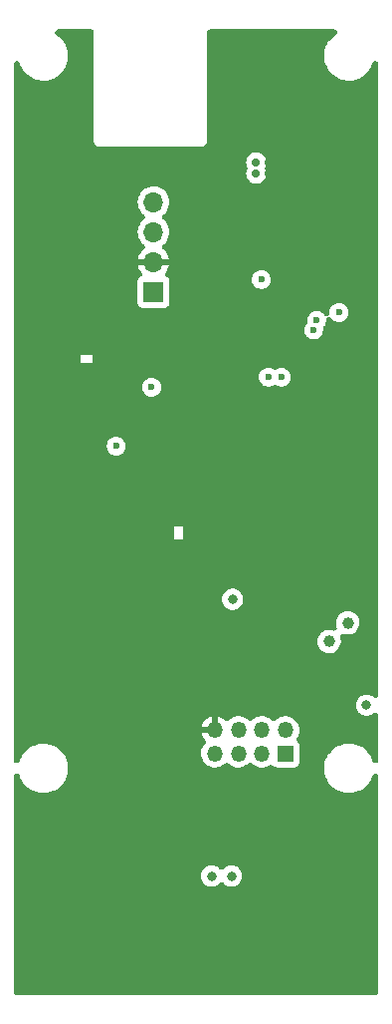
<source format=gbr>
%TF.GenerationSoftware,KiCad,Pcbnew,6.0.7+dfsg-3*%
%TF.CreationDate,2022-09-21T21:46:23+02:00*%
%TF.ProjectId,Adapter_RCB_F9T,41646170-7465-4725-9f52-43425f463954,1*%
%TF.SameCoordinates,Original*%
%TF.FileFunction,Copper,L2,Inr*%
%TF.FilePolarity,Positive*%
%FSLAX46Y46*%
G04 Gerber Fmt 4.6, Leading zero omitted, Abs format (unit mm)*
G04 Created by KiCad (PCBNEW 6.0.7+dfsg-3) date 2022-09-21 21:46:23*
%MOMM*%
%LPD*%
G01*
G04 APERTURE LIST*
%TA.AperFunction,ComponentPad*%
%ADD10R,1.350000X1.350000*%
%TD*%
%TA.AperFunction,ComponentPad*%
%ADD11O,1.350000X1.350000*%
%TD*%
%TA.AperFunction,ComponentPad*%
%ADD12R,1.700000X1.700000*%
%TD*%
%TA.AperFunction,ComponentPad*%
%ADD13O,1.700000X1.700000*%
%TD*%
%TA.AperFunction,ViaPad*%
%ADD14C,0.800000*%
%TD*%
%TA.AperFunction,ViaPad*%
%ADD15C,0.700000*%
%TD*%
%TA.AperFunction,ViaPad*%
%ADD16C,1.000000*%
%TD*%
%TA.AperFunction,ViaPad*%
%ADD17C,0.600000*%
%TD*%
G04 APERTURE END LIST*
D10*
%TO.N,Net-(C41-Pad1)*%
%TO.C,J41*%
X77600000Y-99000000D03*
D11*
%TO.N,Net-(C42-Pad1)*%
X77600000Y-97000000D03*
%TO.N,/F9T_TXD*%
X75600000Y-99000000D03*
%TO.N,Net-(J41-Pad4)*%
X75600000Y-97000000D03*
%TO.N,/F9T_RXD*%
X73600000Y-99000000D03*
%TO.N,/TP1*%
X73600000Y-97000000D03*
%TO.N,/TP2*%
X71600000Y-99000000D03*
%TO.N,GND*%
X71600000Y-97000000D03*
%TD*%
D12*
%TO.N,-5V*%
%TO.C,J2*%
X66375000Y-59800000D03*
D13*
%TO.N,GND*%
X66375000Y-57260000D03*
%TO.N,+5V*%
X66375000Y-54720000D03*
%TO.N,VBUS*%
X66375000Y-52180000D03*
%TD*%
D14*
%TO.N,GND*%
X64100000Y-90100000D03*
D15*
X76200000Y-49750000D03*
D14*
X85000000Y-105000000D03*
X76000000Y-108300000D03*
X64300000Y-94100000D03*
X76300000Y-112700000D03*
X67100000Y-89700000D03*
X60000000Y-50000000D03*
X85000000Y-90000000D03*
X84250000Y-114000000D03*
X59100000Y-105000000D03*
X64300000Y-93100000D03*
X59100000Y-106000000D03*
X58500000Y-119000000D03*
X81500000Y-115000000D03*
X76400000Y-110600000D03*
X81900000Y-113800000D03*
D16*
X64750000Y-76600000D03*
D14*
X60000000Y-85000000D03*
X59100000Y-103900000D03*
X78500000Y-115000000D03*
X70000000Y-115000000D03*
X64300000Y-98100000D03*
X81340000Y-58440500D03*
X81200000Y-105300000D03*
X58200000Y-113900000D03*
X66100000Y-94100000D03*
X76400000Y-109400000D03*
X68100000Y-57250000D03*
X55000000Y-45000000D03*
X62700000Y-102700000D03*
X72500000Y-75000000D03*
D15*
X74200000Y-64800000D03*
X78700000Y-60300000D03*
D14*
X85000000Y-110000000D03*
X70200000Y-102900000D03*
X65000000Y-105000000D03*
X72700000Y-95200000D03*
X59100000Y-114000000D03*
X58200000Y-112100000D03*
X76500000Y-47250000D03*
X55000000Y-70000000D03*
X78300000Y-110000000D03*
X78500000Y-118000000D03*
X65000000Y-89700000D03*
X85000000Y-45000000D03*
X72500000Y-100700000D03*
X82700000Y-108300000D03*
X74575000Y-43050000D03*
X75100000Y-101600000D03*
X79700000Y-111700000D03*
X71600000Y-104000000D03*
X66100000Y-99100000D03*
X61500000Y-118000000D03*
X81300000Y-110000000D03*
X80000000Y-80000000D03*
X69050000Y-91900000D03*
X79700000Y-108300000D03*
X66100000Y-93100000D03*
X78700000Y-108300000D03*
X64300000Y-95100000D03*
X70600000Y-103900000D03*
X55750000Y-114000000D03*
X80300000Y-110000000D03*
X70000000Y-50000000D03*
X81500000Y-119000000D03*
X66100000Y-98100000D03*
X74500000Y-94100000D03*
X58500000Y-115000000D03*
D15*
X77000000Y-62000500D03*
D14*
X60000000Y-40000000D03*
X72700000Y-94100000D03*
X59100000Y-111000000D03*
X83600000Y-108900000D03*
D15*
X77000000Y-63100500D03*
D14*
X59100000Y-107000000D03*
X78950000Y-75800000D03*
X70700000Y-101800000D03*
X59100000Y-108000000D03*
X77700000Y-108300000D03*
X85000000Y-55000000D03*
D15*
X75900000Y-63100500D03*
D14*
X80000000Y-45000000D03*
X65000000Y-80000000D03*
D15*
X75900000Y-62000500D03*
D14*
X59100000Y-112000000D03*
X60900000Y-114000000D03*
X55000000Y-55000000D03*
X81600000Y-93400000D03*
X65000000Y-110000000D03*
X64800000Y-100600000D03*
X60900000Y-111000000D03*
X66500000Y-71450000D03*
X76400000Y-95600000D03*
X59800000Y-103200000D03*
X81040000Y-59840500D03*
X77300000Y-110000000D03*
X64250000Y-114000000D03*
X67100000Y-92400000D03*
X77500000Y-90000000D03*
X55000000Y-105000000D03*
X60900000Y-105000000D03*
X74500000Y-95200000D03*
X55000000Y-85000000D03*
X66100000Y-95100000D03*
X79100000Y-114300000D03*
X66100000Y-96100000D03*
X61200000Y-101800000D03*
X85000000Y-50000000D03*
X80700000Y-111700000D03*
X79100000Y-106600000D03*
X85000000Y-75000000D03*
X81500000Y-117000000D03*
X72500000Y-80000000D03*
X70700000Y-100700000D03*
X81500000Y-118000000D03*
X80900000Y-114200000D03*
X60900000Y-110000000D03*
X55000000Y-90000000D03*
X60000000Y-90000000D03*
D15*
X73650000Y-49750000D03*
D14*
X61900000Y-101100000D03*
X75750000Y-114000000D03*
X79000000Y-113400000D03*
X85000000Y-80000000D03*
X76100000Y-105800000D03*
X81700000Y-111700000D03*
X75100000Y-104100000D03*
X64000000Y-99000000D03*
X80700000Y-108300000D03*
X77100000Y-106700000D03*
D15*
X78700000Y-64800000D03*
D14*
X62600000Y-100400000D03*
X77000000Y-113300000D03*
X83600000Y-111100000D03*
X63400000Y-102000000D03*
D15*
X74200000Y-60300000D03*
D14*
X79100000Y-103800000D03*
X80000000Y-55000000D03*
X72500000Y-70000000D03*
X66100000Y-92150000D03*
X77700000Y-111700000D03*
X85000000Y-70000000D03*
X72500000Y-55000000D03*
X65500000Y-99900000D03*
X57900000Y-113000000D03*
X55000000Y-95000000D03*
X76100000Y-104100000D03*
X78500000Y-119000000D03*
X60900000Y-106000000D03*
X60000000Y-80000000D03*
X80000000Y-50000000D03*
X64500000Y-57250000D03*
X81150000Y-65700000D03*
D15*
X76200000Y-48850000D03*
D14*
X84000000Y-110000000D03*
X70000000Y-90200000D03*
X60000000Y-100000000D03*
X64300000Y-96100000D03*
X61500000Y-116000000D03*
X77100000Y-105800000D03*
X65000000Y-85000000D03*
X55000000Y-80000000D03*
X82700000Y-111700000D03*
X79300000Y-110000000D03*
X78700000Y-111700000D03*
X78000000Y-113400000D03*
X64000000Y-91100000D03*
X60950000Y-113000000D03*
X60900000Y-108000000D03*
X64300000Y-97100000D03*
D16*
X63400000Y-71500000D03*
D14*
X61300000Y-104100000D03*
X66100000Y-89900000D03*
X85000000Y-65000000D03*
X60000000Y-45000000D03*
X55000000Y-110000000D03*
X58500000Y-117000000D03*
X69050000Y-90200000D03*
X78100000Y-103600000D03*
X59100000Y-109000000D03*
X60900000Y-109000000D03*
X68100000Y-90200000D03*
X63300000Y-99700000D03*
X55000000Y-60000000D03*
X61500000Y-117000000D03*
X81500000Y-116000000D03*
X55000000Y-75000000D03*
X81120345Y-104192602D03*
X75100000Y-105800000D03*
X76000000Y-111700000D03*
X61500000Y-115000000D03*
X76300000Y-107300000D03*
X58500000Y-118000000D03*
X85000000Y-60000000D03*
X74700000Y-92200000D03*
X78500000Y-116000000D03*
X65000000Y-65000000D03*
X60900000Y-112000000D03*
X80700000Y-107300000D03*
X66100000Y-97100000D03*
X78500000Y-117000000D03*
X74950000Y-93200000D03*
X80200000Y-103600000D03*
X60000000Y-95000000D03*
X80900000Y-106300000D03*
X72500000Y-101800000D03*
X73600000Y-92000000D03*
X70000000Y-91900000D03*
X55000000Y-50000000D03*
X64300000Y-92150000D03*
X65000000Y-50000000D03*
X82300000Y-110000000D03*
X55000000Y-65000000D03*
X60500000Y-102500000D03*
X77100000Y-104100000D03*
X78100000Y-106600000D03*
X60900000Y-107000000D03*
X68100000Y-91900000D03*
X85000000Y-85000000D03*
X64100000Y-101300000D03*
X80000000Y-70000000D03*
X60000000Y-55000000D03*
X81700000Y-108300000D03*
X59100000Y-110000000D03*
X61500000Y-119000000D03*
D15*
X73650000Y-48800000D03*
D14*
X58500000Y-116000000D03*
X82100000Y-112700000D03*
X62000000Y-103400000D03*
D17*
%TO.N,/CP_VIN*%
X66200000Y-67900000D03*
X63200000Y-72900000D03*
%TO.N,/USB_D-*%
X80240000Y-62220500D03*
D15*
X75100000Y-48800000D03*
%TO.N,/USB_D+*%
X75100000Y-49750000D03*
D17*
X79990000Y-63040500D03*
%TO.N,/VDD*%
X82140000Y-61540500D03*
X75540000Y-58740500D03*
D16*
%TO.N,Net-(C42-Pad1)*%
X81300000Y-89500000D03*
X82900000Y-87900000D03*
D17*
%TO.N,/F9T_TXD*%
X76140000Y-67040500D03*
%TO.N,/F9T_RXD*%
X77240000Y-67040500D03*
D14*
%TO.N,-5V*%
X73100000Y-85900000D03*
X73000000Y-109400000D03*
%TO.N,+5VA*%
X84500000Y-94900000D03*
X71300000Y-109400000D03*
%TD*%
%TA.AperFunction,Conductor*%
%TO.N,GND*%
G36*
X61145788Y-37519454D02*
G01*
X61226570Y-37573430D01*
X61280546Y-37654212D01*
X61299500Y-37749500D01*
X61299500Y-46991166D01*
X61299495Y-46992687D01*
X61299195Y-47041822D01*
X61299031Y-47068624D01*
X61303906Y-47085681D01*
X61303907Y-47085687D01*
X61304687Y-47088416D01*
X61311758Y-47121539D01*
X61312162Y-47124358D01*
X61314677Y-47141918D01*
X61322016Y-47158059D01*
X61322553Y-47159897D01*
X61332771Y-47187667D01*
X61333554Y-47189416D01*
X61338428Y-47206471D01*
X61349413Y-47223881D01*
X61365494Y-47253685D01*
X61374016Y-47272428D01*
X61385598Y-47285869D01*
X61386628Y-47287480D01*
X61404219Y-47311254D01*
X61405464Y-47312716D01*
X61414930Y-47327720D01*
X61430366Y-47341352D01*
X61454161Y-47365440D01*
X61467600Y-47381037D01*
X61482489Y-47390687D01*
X61483928Y-47391943D01*
X61507488Y-47409827D01*
X61509093Y-47410881D01*
X61522388Y-47422623D01*
X61540189Y-47430981D01*
X61541024Y-47431373D01*
X61570621Y-47447813D01*
X61573014Y-47449364D01*
X61573018Y-47449366D01*
X61587905Y-47459015D01*
X61604903Y-47464098D01*
X61606642Y-47464902D01*
X61634272Y-47475453D01*
X61636103Y-47476013D01*
X61652163Y-47483553D01*
X61672513Y-47486722D01*
X61705538Y-47494195D01*
X61708266Y-47495011D01*
X61708268Y-47495011D01*
X61725261Y-47500093D01*
X61742996Y-47500202D01*
X61742999Y-47500202D01*
X61751289Y-47500252D01*
X61758510Y-47500296D01*
X61758524Y-47500297D01*
X61759748Y-47500304D01*
X61759748Y-47500344D01*
X61760090Y-47500357D01*
X61761009Y-47500500D01*
X61791166Y-47500500D01*
X61792687Y-47500505D01*
X61864023Y-47500941D01*
X61864025Y-47500941D01*
X61868624Y-47500969D01*
X61870194Y-47500520D01*
X61870490Y-47500500D01*
X70391166Y-47500500D01*
X70392687Y-47500505D01*
X70450883Y-47500861D01*
X70450886Y-47500861D01*
X70468624Y-47500969D01*
X70485681Y-47496094D01*
X70485687Y-47496093D01*
X70488416Y-47495313D01*
X70521539Y-47488242D01*
X70524358Y-47487838D01*
X70524361Y-47487837D01*
X70541918Y-47485323D01*
X70558059Y-47477984D01*
X70559897Y-47477447D01*
X70587667Y-47467229D01*
X70589416Y-47466446D01*
X70606471Y-47461572D01*
X70623886Y-47450584D01*
X70653685Y-47434506D01*
X70672428Y-47425984D01*
X70685869Y-47414402D01*
X70687480Y-47413372D01*
X70711254Y-47395781D01*
X70712716Y-47394536D01*
X70727720Y-47385070D01*
X70741352Y-47369634D01*
X70765440Y-47345839D01*
X70781037Y-47332400D01*
X70790687Y-47317511D01*
X70791943Y-47316072D01*
X70809827Y-47292512D01*
X70810881Y-47290907D01*
X70822623Y-47277612D01*
X70831373Y-47258976D01*
X70847813Y-47229379D01*
X70849364Y-47226986D01*
X70849366Y-47226982D01*
X70859015Y-47212095D01*
X70864098Y-47195097D01*
X70864902Y-47193358D01*
X70875453Y-47165728D01*
X70876013Y-47163897D01*
X70883553Y-47147837D01*
X70886722Y-47127487D01*
X70894195Y-47094462D01*
X70895011Y-47091734D01*
X70895011Y-47091732D01*
X70900093Y-47074739D01*
X70900304Y-47040252D01*
X70900344Y-47040252D01*
X70900357Y-47039910D01*
X70900500Y-47038991D01*
X70900500Y-47008834D01*
X70900505Y-47007313D01*
X70900941Y-46935977D01*
X70900941Y-46935975D01*
X70900969Y-46931376D01*
X70900520Y-46929806D01*
X70900500Y-46929510D01*
X70900500Y-37749500D01*
X70919454Y-37654212D01*
X70973430Y-37573430D01*
X71054212Y-37519454D01*
X71149500Y-37500500D01*
X81760317Y-37500500D01*
X81855605Y-37519454D01*
X81936387Y-37573430D01*
X81990363Y-37654212D01*
X82009317Y-37749500D01*
X81990363Y-37844788D01*
X81936387Y-37925570D01*
X81903494Y-37953219D01*
X81675024Y-38113791D01*
X81465224Y-38308749D01*
X81459850Y-38315315D01*
X81289194Y-38523814D01*
X81289189Y-38523821D01*
X81283823Y-38530377D01*
X81134180Y-38774573D01*
X81019062Y-39036818D01*
X81016742Y-39044961D01*
X81016741Y-39044965D01*
X81010814Y-39065773D01*
X80940600Y-39312261D01*
X80900246Y-39595804D01*
X80898747Y-39882200D01*
X80936129Y-40166149D01*
X81011702Y-40442398D01*
X81124068Y-40705835D01*
X81128422Y-40713110D01*
X81128423Y-40713112D01*
X81140116Y-40732650D01*
X81271146Y-40951585D01*
X81450215Y-41175100D01*
X81657962Y-41372245D01*
X81890543Y-41539371D01*
X82143653Y-41673386D01*
X82412610Y-41771810D01*
X82420883Y-41773614D01*
X82420887Y-41773615D01*
X82684147Y-41831015D01*
X82684151Y-41831016D01*
X82692436Y-41832822D01*
X82700887Y-41833487D01*
X82700893Y-41833488D01*
X82800698Y-41841343D01*
X82917053Y-41850500D01*
X83071992Y-41850500D01*
X83196517Y-41842011D01*
X83277278Y-41836505D01*
X83277283Y-41836504D01*
X83285737Y-41835928D01*
X83294031Y-41834210D01*
X83294034Y-41834210D01*
X83557890Y-41779568D01*
X83566186Y-41777850D01*
X83836158Y-41682248D01*
X83843679Y-41678366D01*
X83843684Y-41678364D01*
X83955411Y-41620697D01*
X84090658Y-41550891D01*
X84324976Y-41386209D01*
X84534776Y-41191251D01*
X84578855Y-41137397D01*
X84710806Y-40976186D01*
X84710811Y-40976179D01*
X84716177Y-40969623D01*
X84865820Y-40725427D01*
X84980938Y-40463182D01*
X84986859Y-40442398D01*
X85011026Y-40357557D01*
X85055360Y-40271107D01*
X85129402Y-40208204D01*
X85221880Y-40178423D01*
X85318716Y-40186299D01*
X85405166Y-40230633D01*
X85468069Y-40304675D01*
X85497850Y-40397153D01*
X85499500Y-40425773D01*
X85499500Y-94024410D01*
X85480546Y-94119698D01*
X85426570Y-94200480D01*
X85345788Y-94254456D01*
X85250500Y-94273410D01*
X85155212Y-94254456D01*
X85104142Y-94225855D01*
X84963292Y-94123522D01*
X84963287Y-94123519D01*
X84952730Y-94115849D01*
X84940811Y-94110542D01*
X84940807Y-94110540D01*
X84873993Y-94080793D01*
X84779803Y-94038856D01*
X84594646Y-93999500D01*
X84405354Y-93999500D01*
X84220197Y-94038856D01*
X84126007Y-94080793D01*
X84059193Y-94110540D01*
X84059189Y-94110542D01*
X84047270Y-94115849D01*
X84036716Y-94123517D01*
X84036714Y-94123518D01*
X83904681Y-94219445D01*
X83904678Y-94219448D01*
X83894129Y-94227112D01*
X83885403Y-94236803D01*
X83885401Y-94236805D01*
X83776201Y-94358083D01*
X83776197Y-94358088D01*
X83767467Y-94367784D01*
X83672821Y-94531716D01*
X83614326Y-94711744D01*
X83594540Y-94900000D01*
X83614326Y-95088256D01*
X83672821Y-95268284D01*
X83767467Y-95432216D01*
X83776197Y-95441912D01*
X83776201Y-95441917D01*
X83885401Y-95563195D01*
X83894129Y-95572888D01*
X83904678Y-95580552D01*
X83904681Y-95580555D01*
X84036714Y-95676482D01*
X84047270Y-95684151D01*
X84059189Y-95689458D01*
X84059193Y-95689460D01*
X84122087Y-95717462D01*
X84220197Y-95761144D01*
X84405354Y-95800500D01*
X84594646Y-95800500D01*
X84779803Y-95761144D01*
X84877913Y-95717462D01*
X84940807Y-95689460D01*
X84940811Y-95689458D01*
X84952730Y-95684151D01*
X84963287Y-95676481D01*
X84963292Y-95676478D01*
X85104142Y-95574145D01*
X85192372Y-95533470D01*
X85289452Y-95529656D01*
X85380602Y-95563283D01*
X85451945Y-95629232D01*
X85492620Y-95717462D01*
X85499500Y-95775590D01*
X85499500Y-99572415D01*
X85480546Y-99667703D01*
X85426570Y-99748485D01*
X85345788Y-99802461D01*
X85250500Y-99821415D01*
X85155212Y-99802461D01*
X85074430Y-99748485D01*
X85020454Y-99667703D01*
X85010325Y-99638120D01*
X85005697Y-99621204D01*
X84988298Y-99557602D01*
X84875932Y-99294165D01*
X84864207Y-99274573D01*
X84733211Y-99055695D01*
X84728854Y-99048415D01*
X84549785Y-98824900D01*
X84342038Y-98627755D01*
X84109457Y-98460629D01*
X83856347Y-98326614D01*
X83587390Y-98228190D01*
X83579117Y-98226386D01*
X83579113Y-98226385D01*
X83315853Y-98168985D01*
X83315849Y-98168984D01*
X83307564Y-98167178D01*
X83299113Y-98166513D01*
X83299107Y-98166512D01*
X83199302Y-98158657D01*
X83082947Y-98149500D01*
X82928008Y-98149500D01*
X82803483Y-98157989D01*
X82722722Y-98163495D01*
X82722717Y-98163496D01*
X82714263Y-98164072D01*
X82705969Y-98165790D01*
X82705966Y-98165790D01*
X82532090Y-98201798D01*
X82433814Y-98222150D01*
X82163842Y-98317752D01*
X82156321Y-98321634D01*
X82156316Y-98321636D01*
X82087734Y-98357034D01*
X81909342Y-98449109D01*
X81675024Y-98613791D01*
X81465224Y-98808749D01*
X81459850Y-98815315D01*
X81289194Y-99023814D01*
X81289189Y-99023821D01*
X81283823Y-99030377D01*
X81134180Y-99274573D01*
X81019062Y-99536818D01*
X81016742Y-99544961D01*
X81016741Y-99544965D01*
X81010814Y-99565773D01*
X80940600Y-99812261D01*
X80900246Y-100095804D01*
X80898747Y-100382200D01*
X80936129Y-100666149D01*
X81011702Y-100942398D01*
X81124068Y-101205835D01*
X81128422Y-101213110D01*
X81128423Y-101213112D01*
X81140116Y-101232650D01*
X81271146Y-101451585D01*
X81450215Y-101675100D01*
X81657962Y-101872245D01*
X81890543Y-102039371D01*
X82143653Y-102173386D01*
X82412610Y-102271810D01*
X82420883Y-102273614D01*
X82420887Y-102273615D01*
X82684147Y-102331015D01*
X82684151Y-102331016D01*
X82692436Y-102332822D01*
X82700887Y-102333487D01*
X82700893Y-102333488D01*
X82800698Y-102341343D01*
X82917053Y-102350500D01*
X83071992Y-102350500D01*
X83196517Y-102342011D01*
X83277278Y-102336505D01*
X83277283Y-102336504D01*
X83285737Y-102335928D01*
X83294031Y-102334210D01*
X83294034Y-102334210D01*
X83557890Y-102279568D01*
X83566186Y-102277850D01*
X83836158Y-102182248D01*
X83843679Y-102178366D01*
X83843684Y-102178364D01*
X83955411Y-102120697D01*
X84090658Y-102050891D01*
X84324976Y-101886209D01*
X84534776Y-101691251D01*
X84578855Y-101637397D01*
X84710806Y-101476186D01*
X84710811Y-101476179D01*
X84716177Y-101469623D01*
X84865820Y-101225427D01*
X84980938Y-100963182D01*
X84986859Y-100942398D01*
X85011026Y-100857557D01*
X85055360Y-100771107D01*
X85129402Y-100708204D01*
X85221880Y-100678423D01*
X85318716Y-100686299D01*
X85405166Y-100730633D01*
X85468069Y-100804675D01*
X85497850Y-100897153D01*
X85499500Y-100925773D01*
X85499500Y-119250500D01*
X85480546Y-119345788D01*
X85426570Y-119426570D01*
X85345788Y-119480546D01*
X85250500Y-119499500D01*
X54749500Y-119499500D01*
X54654212Y-119480546D01*
X54573430Y-119426570D01*
X54519454Y-119345788D01*
X54500500Y-119250500D01*
X54500500Y-109400000D01*
X70394540Y-109400000D01*
X70414326Y-109588256D01*
X70472821Y-109768284D01*
X70567467Y-109932216D01*
X70576197Y-109941912D01*
X70576201Y-109941917D01*
X70685401Y-110063195D01*
X70694129Y-110072888D01*
X70704678Y-110080552D01*
X70704681Y-110080555D01*
X70836714Y-110176482D01*
X70847270Y-110184151D01*
X70859189Y-110189458D01*
X70859193Y-110189460D01*
X70926007Y-110219207D01*
X71020197Y-110261144D01*
X71205354Y-110300500D01*
X71394646Y-110300500D01*
X71579803Y-110261144D01*
X71673993Y-110219207D01*
X71740807Y-110189460D01*
X71740811Y-110189458D01*
X71752730Y-110184151D01*
X71763286Y-110176482D01*
X71895319Y-110080555D01*
X71895322Y-110080552D01*
X71905871Y-110072888D01*
X71914599Y-110063194D01*
X71914604Y-110063190D01*
X71964958Y-110007267D01*
X72042804Y-109949137D01*
X72136970Y-109925222D01*
X72233119Y-109939164D01*
X72316614Y-109988839D01*
X72335042Y-110007267D01*
X72385396Y-110063190D01*
X72385401Y-110063194D01*
X72394129Y-110072888D01*
X72404678Y-110080552D01*
X72404681Y-110080555D01*
X72536714Y-110176482D01*
X72547270Y-110184151D01*
X72559189Y-110189458D01*
X72559193Y-110189460D01*
X72626007Y-110219207D01*
X72720197Y-110261144D01*
X72905354Y-110300500D01*
X73094646Y-110300500D01*
X73279803Y-110261144D01*
X73373993Y-110219207D01*
X73440807Y-110189460D01*
X73440811Y-110189458D01*
X73452730Y-110184151D01*
X73463286Y-110176482D01*
X73595319Y-110080555D01*
X73595322Y-110080552D01*
X73605871Y-110072888D01*
X73614599Y-110063195D01*
X73723799Y-109941917D01*
X73723803Y-109941912D01*
X73732533Y-109932216D01*
X73827179Y-109768284D01*
X73885674Y-109588256D01*
X73905460Y-109400000D01*
X73885674Y-109211744D01*
X73827179Y-109031716D01*
X73732533Y-108867784D01*
X73723803Y-108858088D01*
X73723799Y-108858083D01*
X73614599Y-108736805D01*
X73614597Y-108736803D01*
X73605871Y-108727112D01*
X73595322Y-108719448D01*
X73595319Y-108719445D01*
X73463286Y-108623518D01*
X73463284Y-108623517D01*
X73452730Y-108615849D01*
X73440811Y-108610542D01*
X73440807Y-108610540D01*
X73373993Y-108580793D01*
X73279803Y-108538856D01*
X73094646Y-108499500D01*
X72905354Y-108499500D01*
X72720197Y-108538856D01*
X72626007Y-108580793D01*
X72559193Y-108610540D01*
X72559189Y-108610542D01*
X72547270Y-108615849D01*
X72536716Y-108623517D01*
X72536714Y-108623518D01*
X72404681Y-108719445D01*
X72404678Y-108719448D01*
X72394129Y-108727112D01*
X72385401Y-108736806D01*
X72385396Y-108736810D01*
X72335042Y-108792733D01*
X72257196Y-108850863D01*
X72163030Y-108874778D01*
X72066881Y-108860836D01*
X71983386Y-108811161D01*
X71964958Y-108792733D01*
X71914604Y-108736810D01*
X71914599Y-108736806D01*
X71905871Y-108727112D01*
X71895322Y-108719448D01*
X71895319Y-108719445D01*
X71763286Y-108623518D01*
X71763284Y-108623517D01*
X71752730Y-108615849D01*
X71740811Y-108610542D01*
X71740807Y-108610540D01*
X71673993Y-108580793D01*
X71579803Y-108538856D01*
X71394646Y-108499500D01*
X71205354Y-108499500D01*
X71020197Y-108538856D01*
X70926007Y-108580793D01*
X70859193Y-108610540D01*
X70859189Y-108610542D01*
X70847270Y-108615849D01*
X70836716Y-108623517D01*
X70836714Y-108623518D01*
X70704681Y-108719445D01*
X70704678Y-108719448D01*
X70694129Y-108727112D01*
X70685403Y-108736803D01*
X70685401Y-108736805D01*
X70576201Y-108858083D01*
X70576197Y-108858088D01*
X70567467Y-108867784D01*
X70472821Y-109031716D01*
X70414326Y-109211744D01*
X70394540Y-109400000D01*
X54500500Y-109400000D01*
X54500500Y-100927585D01*
X54519454Y-100832297D01*
X54573430Y-100751515D01*
X54654212Y-100697539D01*
X54749500Y-100678585D01*
X54844788Y-100697539D01*
X54925570Y-100751515D01*
X54979546Y-100832297D01*
X54989674Y-100861877D01*
X55011702Y-100942398D01*
X55124068Y-101205835D01*
X55128422Y-101213110D01*
X55128423Y-101213112D01*
X55140116Y-101232650D01*
X55271146Y-101451585D01*
X55450215Y-101675100D01*
X55657962Y-101872245D01*
X55890543Y-102039371D01*
X56143653Y-102173386D01*
X56412610Y-102271810D01*
X56420883Y-102273614D01*
X56420887Y-102273615D01*
X56684147Y-102331015D01*
X56684151Y-102331016D01*
X56692436Y-102332822D01*
X56700887Y-102333487D01*
X56700893Y-102333488D01*
X56800698Y-102341343D01*
X56917053Y-102350500D01*
X57071992Y-102350500D01*
X57196517Y-102342011D01*
X57277278Y-102336505D01*
X57277283Y-102336504D01*
X57285737Y-102335928D01*
X57294031Y-102334210D01*
X57294034Y-102334210D01*
X57557890Y-102279568D01*
X57566186Y-102277850D01*
X57836158Y-102182248D01*
X57843679Y-102178366D01*
X57843684Y-102178364D01*
X57955411Y-102120697D01*
X58090658Y-102050891D01*
X58324976Y-101886209D01*
X58534776Y-101691251D01*
X58578855Y-101637397D01*
X58710806Y-101476186D01*
X58710811Y-101476179D01*
X58716177Y-101469623D01*
X58865820Y-101225427D01*
X58980938Y-100963182D01*
X58986859Y-100942398D01*
X59057080Y-100695882D01*
X59059400Y-100687739D01*
X59099754Y-100404196D01*
X59100933Y-100178918D01*
X59101209Y-100126279D01*
X59101209Y-100126273D01*
X59101253Y-100117800D01*
X59063871Y-99833851D01*
X58988298Y-99557602D01*
X58875932Y-99294165D01*
X58864207Y-99274573D01*
X58733211Y-99055695D01*
X58728854Y-99048415D01*
X58665308Y-98969097D01*
X70419869Y-98969097D01*
X70433998Y-99184677D01*
X70436807Y-99195738D01*
X70436808Y-99195743D01*
X70484366Y-99382999D01*
X70487178Y-99394071D01*
X70491957Y-99404438D01*
X70491959Y-99404443D01*
X70538684Y-99505795D01*
X70577626Y-99590268D01*
X70584212Y-99599587D01*
X70675725Y-99729075D01*
X70702313Y-99766697D01*
X70710485Y-99774657D01*
X70710486Y-99774659D01*
X70848883Y-99909479D01*
X70848886Y-99909482D01*
X70857065Y-99917449D01*
X70866560Y-99923793D01*
X70866562Y-99923795D01*
X70902575Y-99947858D01*
X71036697Y-100037475D01*
X71047187Y-100041982D01*
X71047189Y-100041983D01*
X71119137Y-100072894D01*
X71235194Y-100122756D01*
X71445909Y-100170436D01*
X71558942Y-100174877D01*
X71650373Y-100178470D01*
X71650377Y-100178470D01*
X71661784Y-100178918D01*
X71875591Y-100147918D01*
X72004161Y-100104274D01*
X72069354Y-100082144D01*
X72069358Y-100082142D01*
X72080167Y-100078473D01*
X72090125Y-100072896D01*
X72090128Y-100072895D01*
X72258702Y-99978490D01*
X72258707Y-99978487D01*
X72268663Y-99972911D01*
X72277439Y-99965612D01*
X72277442Y-99965610D01*
X72425983Y-99842069D01*
X72434765Y-99834765D01*
X72435399Y-99835527D01*
X72507521Y-99787337D01*
X72602809Y-99768383D01*
X72698097Y-99787337D01*
X72776558Y-99839023D01*
X72848883Y-99909479D01*
X72848886Y-99909482D01*
X72857065Y-99917449D01*
X72866560Y-99923793D01*
X72866562Y-99923795D01*
X72902575Y-99947858D01*
X73036697Y-100037475D01*
X73047187Y-100041982D01*
X73047189Y-100041983D01*
X73119137Y-100072894D01*
X73235194Y-100122756D01*
X73445909Y-100170436D01*
X73558942Y-100174877D01*
X73650373Y-100178470D01*
X73650377Y-100178470D01*
X73661784Y-100178918D01*
X73875591Y-100147918D01*
X74004161Y-100104274D01*
X74069354Y-100082144D01*
X74069358Y-100082142D01*
X74080167Y-100078473D01*
X74090125Y-100072896D01*
X74090128Y-100072895D01*
X74258702Y-99978490D01*
X74258707Y-99978487D01*
X74268663Y-99972911D01*
X74277439Y-99965612D01*
X74277442Y-99965610D01*
X74425983Y-99842069D01*
X74434765Y-99834765D01*
X74435399Y-99835527D01*
X74507521Y-99787337D01*
X74602809Y-99768383D01*
X74698097Y-99787337D01*
X74776558Y-99839023D01*
X74848883Y-99909479D01*
X74848886Y-99909482D01*
X74857065Y-99917449D01*
X74866560Y-99923793D01*
X74866562Y-99923795D01*
X74902575Y-99947858D01*
X75036697Y-100037475D01*
X75047187Y-100041982D01*
X75047189Y-100041983D01*
X75119137Y-100072894D01*
X75235194Y-100122756D01*
X75445909Y-100170436D01*
X75558942Y-100174877D01*
X75650373Y-100178470D01*
X75650377Y-100178470D01*
X75661784Y-100178918D01*
X75875591Y-100147918D01*
X76004161Y-100104274D01*
X76069354Y-100082144D01*
X76069358Y-100082142D01*
X76080167Y-100078473D01*
X76221026Y-99999589D01*
X76259791Y-99977880D01*
X76352192Y-99947858D01*
X76449047Y-99955481D01*
X76535612Y-99999589D01*
X76556992Y-100018586D01*
X76567454Y-100032546D01*
X76682176Y-100118526D01*
X76728712Y-100135971D01*
X76801804Y-100163372D01*
X76801805Y-100163372D01*
X76816420Y-100168851D01*
X76877623Y-100175500D01*
X77599517Y-100175500D01*
X78322376Y-100175499D01*
X78383580Y-100168851D01*
X78517824Y-100118526D01*
X78632546Y-100032546D01*
X78718526Y-99917824D01*
X78754668Y-99821415D01*
X78763372Y-99798196D01*
X78763372Y-99798195D01*
X78768851Y-99783580D01*
X78775500Y-99722377D01*
X78775499Y-98277624D01*
X78768851Y-98216420D01*
X78718526Y-98082176D01*
X78632546Y-97967454D01*
X78618823Y-97957169D01*
X78565086Y-97876745D01*
X78546132Y-97781457D01*
X78565086Y-97686169D01*
X78577880Y-97659791D01*
X78622758Y-97579654D01*
X78678473Y-97480167D01*
X78747918Y-97275591D01*
X78778918Y-97061784D01*
X78780536Y-97000000D01*
X78760768Y-96784864D01*
X78702125Y-96576934D01*
X78606572Y-96383172D01*
X78477309Y-96210067D01*
X78318665Y-96063418D01*
X78301922Y-96052854D01*
X78145608Y-95954227D01*
X78145604Y-95954225D01*
X78135952Y-95948135D01*
X77935290Y-95868079D01*
X77723400Y-95825931D01*
X77605368Y-95824386D01*
X77518788Y-95823252D01*
X77518784Y-95823252D01*
X77507376Y-95823103D01*
X77496128Y-95825036D01*
X77496125Y-95825036D01*
X77305704Y-95857757D01*
X77294455Y-95859690D01*
X77283753Y-95863638D01*
X77283750Y-95863639D01*
X77102475Y-95930515D01*
X77102473Y-95930516D01*
X77091766Y-95934466D01*
X77081958Y-95940301D01*
X77081956Y-95940302D01*
X76915907Y-96039090D01*
X76915905Y-96039092D01*
X76906098Y-96044926D01*
X76762945Y-96170468D01*
X76678810Y-96219043D01*
X76582486Y-96231725D01*
X76488642Y-96206580D01*
X76429750Y-96166104D01*
X76327052Y-96071171D01*
X76318665Y-96063418D01*
X76301922Y-96052854D01*
X76145608Y-95954227D01*
X76145604Y-95954225D01*
X76135952Y-95948135D01*
X75935290Y-95868079D01*
X75723400Y-95825931D01*
X75605368Y-95824386D01*
X75518788Y-95823252D01*
X75518784Y-95823252D01*
X75507376Y-95823103D01*
X75496128Y-95825036D01*
X75496125Y-95825036D01*
X75305704Y-95857757D01*
X75294455Y-95859690D01*
X75283753Y-95863638D01*
X75283750Y-95863639D01*
X75102475Y-95930515D01*
X75102473Y-95930516D01*
X75091766Y-95934466D01*
X75081958Y-95940301D01*
X75081956Y-95940302D01*
X74915907Y-96039090D01*
X74915905Y-96039092D01*
X74906098Y-96044926D01*
X74762945Y-96170468D01*
X74678810Y-96219043D01*
X74582486Y-96231725D01*
X74488642Y-96206580D01*
X74429750Y-96166104D01*
X74327052Y-96071171D01*
X74318665Y-96063418D01*
X74301922Y-96052854D01*
X74145608Y-95954227D01*
X74145604Y-95954225D01*
X74135952Y-95948135D01*
X73935290Y-95868079D01*
X73723400Y-95825931D01*
X73605368Y-95824386D01*
X73518788Y-95823252D01*
X73518784Y-95823252D01*
X73507376Y-95823103D01*
X73496128Y-95825036D01*
X73496125Y-95825036D01*
X73305704Y-95857757D01*
X73294455Y-95859690D01*
X73283753Y-95863638D01*
X73283750Y-95863639D01*
X73102475Y-95930515D01*
X73102473Y-95930516D01*
X73091766Y-95934466D01*
X73081958Y-95940301D01*
X73081956Y-95940302D01*
X72915907Y-96039090D01*
X72915905Y-96039092D01*
X72906098Y-96044926D01*
X72897516Y-96052452D01*
X72897515Y-96052453D01*
X72762570Y-96170797D01*
X72678432Y-96219375D01*
X72582108Y-96232056D01*
X72488263Y-96206910D01*
X72429372Y-96166436D01*
X72326740Y-96071564D01*
X72308701Y-96057722D01*
X72145382Y-95954676D01*
X72125116Y-95944350D01*
X71945751Y-95872790D01*
X71923958Y-95866334D01*
X71874051Y-95856407D01*
X71853196Y-95856407D01*
X71850000Y-95864123D01*
X71850000Y-97001000D01*
X71831046Y-97096288D01*
X71777070Y-97177070D01*
X71696288Y-97231046D01*
X71601000Y-97250000D01*
X70475631Y-97250000D01*
X70455173Y-97254069D01*
X70454177Y-97259079D01*
X70454920Y-97265027D01*
X70484839Y-97382831D01*
X70492432Y-97404274D01*
X70573284Y-97579654D01*
X70584647Y-97599336D01*
X70696106Y-97757047D01*
X70710873Y-97774338D01*
X70756587Y-97818870D01*
X70811617Y-97898938D01*
X70831817Y-97993970D01*
X70814112Y-98089498D01*
X70761198Y-98170979D01*
X70755848Y-98176057D01*
X70752255Y-98179843D01*
X70743669Y-98187373D01*
X70609919Y-98357034D01*
X70604606Y-98367133D01*
X70604605Y-98367134D01*
X70561476Y-98449109D01*
X70509327Y-98548228D01*
X70445262Y-98754553D01*
X70419869Y-98969097D01*
X58665308Y-98969097D01*
X58549785Y-98824900D01*
X58342038Y-98627755D01*
X58109457Y-98460629D01*
X57856347Y-98326614D01*
X57587390Y-98228190D01*
X57579117Y-98226386D01*
X57579113Y-98226385D01*
X57315853Y-98168985D01*
X57315849Y-98168984D01*
X57307564Y-98167178D01*
X57299113Y-98166513D01*
X57299107Y-98166512D01*
X57199302Y-98158657D01*
X57082947Y-98149500D01*
X56928008Y-98149500D01*
X56803483Y-98157989D01*
X56722722Y-98163495D01*
X56722717Y-98163496D01*
X56714263Y-98164072D01*
X56705969Y-98165790D01*
X56705966Y-98165790D01*
X56532090Y-98201798D01*
X56433814Y-98222150D01*
X56163842Y-98317752D01*
X56156321Y-98321634D01*
X56156316Y-98321636D01*
X56087734Y-98357034D01*
X55909342Y-98449109D01*
X55675024Y-98613791D01*
X55465224Y-98808749D01*
X55459850Y-98815315D01*
X55289194Y-99023814D01*
X55289189Y-99023821D01*
X55283823Y-99030377D01*
X55134180Y-99274573D01*
X55019062Y-99536818D01*
X55016742Y-99544961D01*
X55016741Y-99544965D01*
X54988974Y-99642443D01*
X54944640Y-99728893D01*
X54870598Y-99791796D01*
X54778120Y-99821577D01*
X54681284Y-99813701D01*
X54594834Y-99769367D01*
X54531931Y-99695325D01*
X54502150Y-99602847D01*
X54500500Y-99574227D01*
X54500500Y-96747321D01*
X70452291Y-96747321D01*
X70453834Y-96748158D01*
X70465976Y-96750000D01*
X71325473Y-96750000D01*
X71345931Y-96745931D01*
X71350000Y-96725473D01*
X71350000Y-95875180D01*
X71345931Y-95854722D01*
X71336841Y-95852914D01*
X71305843Y-95858241D01*
X71283872Y-95864127D01*
X71102691Y-95930968D01*
X71082172Y-95940755D01*
X70916199Y-96039498D01*
X70897816Y-96052854D01*
X70752612Y-96180195D01*
X70736968Y-96196682D01*
X70617410Y-96348339D01*
X70605023Y-96367414D01*
X70515107Y-96538318D01*
X70506406Y-96559321D01*
X70454471Y-96726579D01*
X70452291Y-96747321D01*
X54500500Y-96747321D01*
X54500500Y-89485963D01*
X80294757Y-89485963D01*
X80311175Y-89681483D01*
X80314530Y-89693184D01*
X80314531Y-89693188D01*
X80326317Y-89734288D01*
X80365258Y-89870091D01*
X80370824Y-89880921D01*
X80370825Y-89880924D01*
X80390651Y-89919501D01*
X80454944Y-90044601D01*
X80576818Y-90198369D01*
X80586085Y-90206256D01*
X80586089Y-90206260D01*
X80716966Y-90317644D01*
X80726238Y-90325535D01*
X80897513Y-90421257D01*
X81084118Y-90481889D01*
X81278946Y-90505121D01*
X81291085Y-90504187D01*
X81291087Y-90504187D01*
X81345874Y-90499971D01*
X81474576Y-90490068D01*
X81594488Y-90456587D01*
X81651824Y-90440579D01*
X81651827Y-90440578D01*
X81663556Y-90437303D01*
X81838689Y-90348837D01*
X81860913Y-90331474D01*
X81983705Y-90235539D01*
X81983707Y-90235538D01*
X81993303Y-90228040D01*
X82121509Y-90079511D01*
X82218425Y-89908909D01*
X82280358Y-89722732D01*
X82304949Y-89528071D01*
X82305341Y-89500000D01*
X82286194Y-89304728D01*
X82239028Y-89148504D01*
X82229632Y-89051804D01*
X82257957Y-88958870D01*
X82319690Y-88883849D01*
X82405433Y-88838163D01*
X82502133Y-88828767D01*
X82554340Y-88839721D01*
X82684118Y-88881889D01*
X82878946Y-88905121D01*
X82891085Y-88904187D01*
X82891087Y-88904187D01*
X82945874Y-88899971D01*
X83074576Y-88890068D01*
X83194488Y-88856587D01*
X83251824Y-88840579D01*
X83251827Y-88840578D01*
X83263556Y-88837303D01*
X83438689Y-88748837D01*
X83448290Y-88741336D01*
X83583705Y-88635539D01*
X83583707Y-88635538D01*
X83593303Y-88628040D01*
X83721509Y-88479511D01*
X83818425Y-88308909D01*
X83880358Y-88122732D01*
X83904949Y-87928071D01*
X83905341Y-87900000D01*
X83886194Y-87704728D01*
X83829484Y-87516894D01*
X83816931Y-87493285D01*
X83743087Y-87354404D01*
X83743084Y-87354400D01*
X83737370Y-87343653D01*
X83613361Y-87191602D01*
X83462180Y-87066535D01*
X83289585Y-86973213D01*
X83261196Y-86964425D01*
X83113791Y-86918796D01*
X83113792Y-86918796D01*
X83102152Y-86915193D01*
X82944254Y-86898597D01*
X82919131Y-86895956D01*
X82919130Y-86895956D01*
X82907019Y-86894683D01*
X82711618Y-86912466D01*
X82699942Y-86915902D01*
X82699939Y-86915903D01*
X82535076Y-86964425D01*
X82535072Y-86964427D01*
X82523393Y-86967864D01*
X82349512Y-87058767D01*
X82340025Y-87066395D01*
X82340023Y-87066396D01*
X82206088Y-87174082D01*
X82206085Y-87174085D01*
X82196600Y-87181711D01*
X82188778Y-87191034D01*
X82188775Y-87191036D01*
X82118214Y-87275128D01*
X82070480Y-87332016D01*
X81975956Y-87503954D01*
X81968154Y-87528549D01*
X81920312Y-87679363D01*
X81920311Y-87679368D01*
X81916628Y-87690978D01*
X81894757Y-87885963D01*
X81911175Y-88081483D01*
X81914530Y-88093184D01*
X81914531Y-88093188D01*
X81960561Y-88253711D01*
X81968606Y-88350532D01*
X81938988Y-88443062D01*
X81876214Y-88517214D01*
X81789841Y-88561699D01*
X81693020Y-88569744D01*
X81647576Y-88560209D01*
X81513791Y-88518796D01*
X81513792Y-88518796D01*
X81502152Y-88515193D01*
X81344254Y-88498597D01*
X81319131Y-88495956D01*
X81319130Y-88495956D01*
X81307019Y-88494683D01*
X81111618Y-88512466D01*
X81099942Y-88515902D01*
X81099939Y-88515903D01*
X80935076Y-88564425D01*
X80935072Y-88564427D01*
X80923393Y-88567864D01*
X80749512Y-88658767D01*
X80740025Y-88666395D01*
X80740023Y-88666396D01*
X80606088Y-88774082D01*
X80606085Y-88774085D01*
X80596600Y-88781711D01*
X80588778Y-88791034D01*
X80588775Y-88791036D01*
X80554561Y-88831811D01*
X80470480Y-88932016D01*
X80375956Y-89103954D01*
X80361824Y-89148504D01*
X80320312Y-89279363D01*
X80320311Y-89279368D01*
X80316628Y-89290978D01*
X80294757Y-89485963D01*
X54500500Y-89485963D01*
X54500500Y-85900000D01*
X72194540Y-85900000D01*
X72214326Y-86088256D01*
X72272821Y-86268284D01*
X72367467Y-86432216D01*
X72376197Y-86441912D01*
X72376201Y-86441917D01*
X72485401Y-86563195D01*
X72494129Y-86572888D01*
X72504678Y-86580552D01*
X72504681Y-86580555D01*
X72636714Y-86676482D01*
X72647270Y-86684151D01*
X72659189Y-86689458D01*
X72659193Y-86689460D01*
X72726007Y-86719207D01*
X72820197Y-86761144D01*
X73005354Y-86800500D01*
X73194646Y-86800500D01*
X73379803Y-86761144D01*
X73473993Y-86719207D01*
X73540807Y-86689460D01*
X73540811Y-86689458D01*
X73552730Y-86684151D01*
X73563286Y-86676482D01*
X73695319Y-86580555D01*
X73695322Y-86580552D01*
X73705871Y-86572888D01*
X73714599Y-86563195D01*
X73823799Y-86441917D01*
X73823803Y-86441912D01*
X73832533Y-86432216D01*
X73927179Y-86268284D01*
X73985674Y-86088256D01*
X74005460Y-85900000D01*
X73985674Y-85711744D01*
X73927179Y-85531716D01*
X73832533Y-85367784D01*
X73823803Y-85358088D01*
X73823799Y-85358083D01*
X73714599Y-85236805D01*
X73714597Y-85236803D01*
X73705871Y-85227112D01*
X73695322Y-85219448D01*
X73695319Y-85219445D01*
X73563286Y-85123518D01*
X73563284Y-85123517D01*
X73552730Y-85115849D01*
X73540811Y-85110542D01*
X73540807Y-85110540D01*
X73473993Y-85080793D01*
X73379803Y-85038856D01*
X73194646Y-84999500D01*
X73005354Y-84999500D01*
X72820197Y-85038856D01*
X72726007Y-85080793D01*
X72659193Y-85110540D01*
X72659189Y-85110542D01*
X72647270Y-85115849D01*
X72636716Y-85123517D01*
X72636714Y-85123518D01*
X72504681Y-85219445D01*
X72504678Y-85219448D01*
X72494129Y-85227112D01*
X72485403Y-85236803D01*
X72485401Y-85236805D01*
X72376201Y-85358083D01*
X72376197Y-85358088D01*
X72367467Y-85367784D01*
X72272821Y-85531716D01*
X72214326Y-85711744D01*
X72194540Y-85900000D01*
X54500500Y-85900000D01*
X54500500Y-80850000D01*
X68150000Y-80850000D01*
X68850000Y-80850000D01*
X68850000Y-79750000D01*
X68150000Y-79750000D01*
X68150000Y-80850000D01*
X54500500Y-80850000D01*
X54500500Y-72888753D01*
X62394514Y-72888753D01*
X62395872Y-72902603D01*
X62395872Y-72902607D01*
X62397822Y-72922493D01*
X62412039Y-73067486D01*
X62416432Y-73080693D01*
X62416433Y-73080696D01*
X62427296Y-73113351D01*
X62468726Y-73237896D01*
X62561759Y-73391512D01*
X62571429Y-73401526D01*
X62571431Y-73401528D01*
X62676842Y-73510684D01*
X62676845Y-73510686D01*
X62686514Y-73520699D01*
X62698161Y-73528321D01*
X62698164Y-73528323D01*
X62825135Y-73611410D01*
X62836789Y-73619036D01*
X62849841Y-73623890D01*
X62849843Y-73623891D01*
X62887556Y-73637916D01*
X63005116Y-73681636D01*
X63018912Y-73683477D01*
X63018913Y-73683477D01*
X63169337Y-73703548D01*
X63169340Y-73703548D01*
X63183130Y-73705388D01*
X63196987Y-73704127D01*
X63196991Y-73704127D01*
X63295054Y-73695203D01*
X63361981Y-73689112D01*
X63375223Y-73684809D01*
X63375225Y-73684809D01*
X63519545Y-73637916D01*
X63532782Y-73633615D01*
X63687044Y-73541657D01*
X63817099Y-73417807D01*
X63916483Y-73268222D01*
X63980257Y-73100336D01*
X63986821Y-73053634D01*
X64004163Y-72930236D01*
X64004163Y-72930233D01*
X64005251Y-72922493D01*
X64005565Y-72900000D01*
X64004304Y-72888753D01*
X63987097Y-72735359D01*
X63985546Y-72721528D01*
X63926485Y-72551927D01*
X63831316Y-72399625D01*
X63704770Y-72272193D01*
X63553136Y-72175963D01*
X63540024Y-72171294D01*
X63540022Y-72171293D01*
X63490720Y-72153738D01*
X63383951Y-72115719D01*
X63370128Y-72114071D01*
X63370125Y-72114070D01*
X63280098Y-72103335D01*
X63205624Y-72094455D01*
X63191780Y-72095910D01*
X63191777Y-72095910D01*
X63103035Y-72105237D01*
X63027017Y-72113227D01*
X63013840Y-72117713D01*
X63013839Y-72117713D01*
X62870184Y-72166617D01*
X62870183Y-72166618D01*
X62857007Y-72171103D01*
X62845150Y-72178397D01*
X62845151Y-72178397D01*
X62715897Y-72257914D01*
X62715893Y-72257917D01*
X62704045Y-72265206D01*
X62575732Y-72390859D01*
X62478446Y-72541817D01*
X62417022Y-72710578D01*
X62394514Y-72888753D01*
X54500500Y-72888753D01*
X54500500Y-67888753D01*
X65394514Y-67888753D01*
X65395872Y-67902603D01*
X65395872Y-67902607D01*
X65397822Y-67922493D01*
X65412039Y-68067486D01*
X65416432Y-68080693D01*
X65416433Y-68080696D01*
X65427296Y-68113351D01*
X65468726Y-68237896D01*
X65561759Y-68391512D01*
X65571429Y-68401526D01*
X65571431Y-68401528D01*
X65676842Y-68510684D01*
X65676845Y-68510686D01*
X65686514Y-68520699D01*
X65698161Y-68528321D01*
X65698164Y-68528323D01*
X65825135Y-68611410D01*
X65836789Y-68619036D01*
X65849841Y-68623890D01*
X65849843Y-68623891D01*
X65887556Y-68637916D01*
X66005116Y-68681636D01*
X66018912Y-68683477D01*
X66018913Y-68683477D01*
X66169337Y-68703548D01*
X66169340Y-68703548D01*
X66183130Y-68705388D01*
X66196987Y-68704127D01*
X66196991Y-68704127D01*
X66295054Y-68695203D01*
X66361981Y-68689112D01*
X66375223Y-68684809D01*
X66375225Y-68684809D01*
X66519545Y-68637916D01*
X66532782Y-68633615D01*
X66687044Y-68541657D01*
X66817099Y-68417807D01*
X66916483Y-68268222D01*
X66980257Y-68100336D01*
X66986821Y-68053634D01*
X67004163Y-67930236D01*
X67004163Y-67930233D01*
X67005251Y-67922493D01*
X67005565Y-67900000D01*
X67004304Y-67888753D01*
X66991927Y-67778416D01*
X66985546Y-67721528D01*
X66926485Y-67551927D01*
X66831316Y-67399625D01*
X66704770Y-67272193D01*
X66655360Y-67240836D01*
X66564886Y-67183420D01*
X66553136Y-67175963D01*
X66540024Y-67171294D01*
X66540022Y-67171293D01*
X66490720Y-67153738D01*
X66383951Y-67115719D01*
X66370128Y-67114071D01*
X66370125Y-67114070D01*
X66280098Y-67103335D01*
X66205624Y-67094455D01*
X66191780Y-67095910D01*
X66191777Y-67095910D01*
X66103035Y-67105237D01*
X66027017Y-67113227D01*
X66013840Y-67117713D01*
X66013839Y-67117713D01*
X65870184Y-67166617D01*
X65870183Y-67166618D01*
X65857007Y-67171103D01*
X65845150Y-67178397D01*
X65845151Y-67178397D01*
X65715897Y-67257914D01*
X65715893Y-67257917D01*
X65704045Y-67265206D01*
X65575732Y-67390859D01*
X65478446Y-67541817D01*
X65469980Y-67565078D01*
X65432220Y-67668823D01*
X65417022Y-67710578D01*
X65394514Y-67888753D01*
X54500500Y-67888753D01*
X54500500Y-67029253D01*
X75334514Y-67029253D01*
X75335872Y-67043103D01*
X75335872Y-67043107D01*
X75337822Y-67062993D01*
X75352039Y-67207986D01*
X75356432Y-67221193D01*
X75356433Y-67221196D01*
X75374312Y-67274943D01*
X75408726Y-67378396D01*
X75501759Y-67532012D01*
X75511429Y-67542026D01*
X75511431Y-67542028D01*
X75616842Y-67651184D01*
X75616845Y-67651186D01*
X75626514Y-67661199D01*
X75638161Y-67668821D01*
X75638164Y-67668823D01*
X75765135Y-67751910D01*
X75776789Y-67759536D01*
X75789841Y-67764390D01*
X75789843Y-67764391D01*
X75827556Y-67778416D01*
X75945116Y-67822136D01*
X75958912Y-67823977D01*
X75958913Y-67823977D01*
X76109337Y-67844048D01*
X76109340Y-67844048D01*
X76123130Y-67845888D01*
X76136987Y-67844627D01*
X76136991Y-67844627D01*
X76235054Y-67835703D01*
X76301981Y-67829612D01*
X76315223Y-67825309D01*
X76315225Y-67825309D01*
X76459545Y-67778416D01*
X76472782Y-67774115D01*
X76562210Y-67720806D01*
X76653763Y-67688295D01*
X76750789Y-67693295D01*
X76826046Y-67726331D01*
X76876789Y-67759536D01*
X76889841Y-67764390D01*
X76889843Y-67764391D01*
X76927556Y-67778416D01*
X77045116Y-67822136D01*
X77058912Y-67823977D01*
X77058913Y-67823977D01*
X77209337Y-67844048D01*
X77209340Y-67844048D01*
X77223130Y-67845888D01*
X77236987Y-67844627D01*
X77236991Y-67844627D01*
X77335054Y-67835703D01*
X77401981Y-67829612D01*
X77415223Y-67825309D01*
X77415225Y-67825309D01*
X77559545Y-67778416D01*
X77572782Y-67774115D01*
X77727044Y-67682157D01*
X77857099Y-67558307D01*
X77956483Y-67408722D01*
X78020257Y-67240836D01*
X78026821Y-67194134D01*
X78044163Y-67070736D01*
X78044163Y-67070733D01*
X78045251Y-67062993D01*
X78045565Y-67040500D01*
X78044304Y-67029253D01*
X78027097Y-66875859D01*
X78025546Y-66862028D01*
X77966485Y-66692427D01*
X77871316Y-66540125D01*
X77744770Y-66412693D01*
X77712816Y-66392414D01*
X77604886Y-66323920D01*
X77593136Y-66316463D01*
X77580024Y-66311794D01*
X77580022Y-66311793D01*
X77530720Y-66294238D01*
X77423951Y-66256219D01*
X77410128Y-66254571D01*
X77410125Y-66254570D01*
X77320098Y-66243835D01*
X77245624Y-66234955D01*
X77231780Y-66236410D01*
X77231777Y-66236410D01*
X77143035Y-66245737D01*
X77067017Y-66253727D01*
X77053840Y-66258213D01*
X77053839Y-66258213D01*
X76910184Y-66307117D01*
X76910183Y-66307118D01*
X76897007Y-66311603D01*
X76885150Y-66318897D01*
X76885151Y-66318897D01*
X76820569Y-66358628D01*
X76729477Y-66392414D01*
X76632391Y-66388769D01*
X76556675Y-66356786D01*
X76504886Y-66323920D01*
X76493136Y-66316463D01*
X76480024Y-66311794D01*
X76480022Y-66311793D01*
X76430720Y-66294238D01*
X76323951Y-66256219D01*
X76310128Y-66254571D01*
X76310125Y-66254570D01*
X76220098Y-66243835D01*
X76145624Y-66234955D01*
X76131780Y-66236410D01*
X76131777Y-66236410D01*
X76043035Y-66245737D01*
X75967017Y-66253727D01*
X75953840Y-66258213D01*
X75953839Y-66258213D01*
X75810184Y-66307117D01*
X75810183Y-66307118D01*
X75797007Y-66311603D01*
X75785150Y-66318897D01*
X75785151Y-66318897D01*
X75655897Y-66398414D01*
X75655893Y-66398417D01*
X75644045Y-66405706D01*
X75515732Y-66531359D01*
X75418446Y-66682317D01*
X75357022Y-66851078D01*
X75334514Y-67029253D01*
X54500500Y-67029253D01*
X54500500Y-65850000D01*
X60200000Y-65850000D01*
X61200000Y-65850000D01*
X61200000Y-65150000D01*
X60200000Y-65150000D01*
X60200000Y-65850000D01*
X54500500Y-65850000D01*
X54500500Y-63029253D01*
X79184514Y-63029253D01*
X79185872Y-63043103D01*
X79185872Y-63043107D01*
X79187822Y-63062993D01*
X79202039Y-63207986D01*
X79206432Y-63221193D01*
X79206433Y-63221196D01*
X79217296Y-63253851D01*
X79258726Y-63378396D01*
X79351759Y-63532012D01*
X79361429Y-63542026D01*
X79361431Y-63542028D01*
X79466842Y-63651184D01*
X79466845Y-63651186D01*
X79476514Y-63661199D01*
X79488161Y-63668821D01*
X79488164Y-63668823D01*
X79615135Y-63751910D01*
X79626789Y-63759536D01*
X79639841Y-63764390D01*
X79639843Y-63764391D01*
X79677556Y-63778416D01*
X79795116Y-63822136D01*
X79808912Y-63823977D01*
X79808913Y-63823977D01*
X79959337Y-63844048D01*
X79959340Y-63844048D01*
X79973130Y-63845888D01*
X79986987Y-63844627D01*
X79986991Y-63844627D01*
X80085054Y-63835703D01*
X80151981Y-63829612D01*
X80165223Y-63825309D01*
X80165225Y-63825309D01*
X80309545Y-63778416D01*
X80322782Y-63774115D01*
X80477044Y-63682157D01*
X80607099Y-63558307D01*
X80706483Y-63408722D01*
X80770257Y-63240836D01*
X80776821Y-63194134D01*
X80794163Y-63070736D01*
X80794163Y-63070733D01*
X80795251Y-63062993D01*
X80795565Y-63040500D01*
X80784578Y-62942551D01*
X80792792Y-62845747D01*
X80841281Y-62754742D01*
X80847010Y-62747915D01*
X80857099Y-62738307D01*
X80894299Y-62682317D01*
X80948779Y-62600318D01*
X80948780Y-62600316D01*
X80956483Y-62588722D01*
X81020257Y-62420836D01*
X81030968Y-62344627D01*
X81044163Y-62250736D01*
X81044163Y-62250733D01*
X81045251Y-62242993D01*
X81045565Y-62220500D01*
X81042120Y-62189789D01*
X81050333Y-62092985D01*
X81094968Y-62006690D01*
X81169228Y-61944045D01*
X81261810Y-61914586D01*
X81358617Y-61922799D01*
X81444912Y-61967434D01*
X81486845Y-62010103D01*
X81494548Y-62020105D01*
X81501759Y-62032012D01*
X81511432Y-62042028D01*
X81511433Y-62042030D01*
X81616842Y-62151184D01*
X81616845Y-62151186D01*
X81626514Y-62161199D01*
X81638161Y-62168821D01*
X81638164Y-62168823D01*
X81763341Y-62250736D01*
X81776789Y-62259536D01*
X81789841Y-62264390D01*
X81789843Y-62264391D01*
X81827556Y-62278416D01*
X81945116Y-62322136D01*
X81958912Y-62323977D01*
X81958913Y-62323977D01*
X82109337Y-62344048D01*
X82109340Y-62344048D01*
X82123130Y-62345888D01*
X82136987Y-62344627D01*
X82136991Y-62344627D01*
X82235054Y-62335703D01*
X82301981Y-62329612D01*
X82315223Y-62325309D01*
X82315225Y-62325309D01*
X82459545Y-62278416D01*
X82472782Y-62274115D01*
X82627044Y-62182157D01*
X82757099Y-62058307D01*
X82817475Y-61967434D01*
X82848779Y-61920318D01*
X82848780Y-61920316D01*
X82856483Y-61908722D01*
X82920257Y-61740836D01*
X82929508Y-61675016D01*
X82944163Y-61570736D01*
X82944163Y-61570733D01*
X82945251Y-61562993D01*
X82945565Y-61540500D01*
X82944304Y-61529253D01*
X82934392Y-61440890D01*
X82925546Y-61362028D01*
X82866485Y-61192427D01*
X82771316Y-61040125D01*
X82644770Y-60912693D01*
X82493136Y-60816463D01*
X82480024Y-60811794D01*
X82480022Y-60811793D01*
X82430720Y-60794238D01*
X82323951Y-60756219D01*
X82310128Y-60754571D01*
X82310125Y-60754570D01*
X82220098Y-60743835D01*
X82145624Y-60734955D01*
X82131780Y-60736410D01*
X82131777Y-60736410D01*
X82043035Y-60745737D01*
X81967017Y-60753727D01*
X81953840Y-60758213D01*
X81953839Y-60758213D01*
X81810184Y-60807117D01*
X81810183Y-60807118D01*
X81797007Y-60811603D01*
X81785150Y-60818897D01*
X81785151Y-60818897D01*
X81655897Y-60898414D01*
X81655893Y-60898417D01*
X81644045Y-60905706D01*
X81515732Y-61031359D01*
X81418446Y-61182317D01*
X81357022Y-61351078D01*
X81334514Y-61529253D01*
X81335872Y-61543104D01*
X81335872Y-61543113D01*
X81339326Y-61578333D01*
X81329762Y-61675016D01*
X81283927Y-61760679D01*
X81208799Y-61822281D01*
X81115815Y-61850444D01*
X81019132Y-61840880D01*
X80933469Y-61795045D01*
X80887496Y-61742718D01*
X80887341Y-61742841D01*
X80884916Y-61739781D01*
X80880355Y-61734590D01*
X80878692Y-61731928D01*
X80878689Y-61731924D01*
X80871316Y-61720125D01*
X80744770Y-61592693D01*
X80722143Y-61578333D01*
X80604886Y-61503920D01*
X80593136Y-61496463D01*
X80580024Y-61491794D01*
X80580022Y-61491793D01*
X80530720Y-61474238D01*
X80423951Y-61436219D01*
X80410128Y-61434571D01*
X80410125Y-61434570D01*
X80320098Y-61423835D01*
X80245624Y-61414955D01*
X80231780Y-61416410D01*
X80231777Y-61416410D01*
X80143035Y-61425737D01*
X80067017Y-61433727D01*
X80053840Y-61438213D01*
X80053839Y-61438213D01*
X79910184Y-61487117D01*
X79910183Y-61487118D01*
X79897007Y-61491603D01*
X79885150Y-61498897D01*
X79885151Y-61498897D01*
X79755897Y-61578414D01*
X79755893Y-61578417D01*
X79744045Y-61585706D01*
X79615732Y-61711359D01*
X79608196Y-61723053D01*
X79608194Y-61723055D01*
X79597415Y-61739781D01*
X79518446Y-61862317D01*
X79481418Y-61964050D01*
X79465899Y-62006690D01*
X79457022Y-62031078D01*
X79434514Y-62209253D01*
X79435872Y-62223103D01*
X79435872Y-62223105D01*
X79437056Y-62235175D01*
X79445663Y-62322956D01*
X79436098Y-62419636D01*
X79390262Y-62505299D01*
X79378683Y-62517936D01*
X79375682Y-62521615D01*
X79365732Y-62531359D01*
X79268446Y-62682317D01*
X79207022Y-62851078D01*
X79184514Y-63029253D01*
X54500500Y-63029253D01*
X54500500Y-58902623D01*
X65024500Y-58902623D01*
X65024501Y-60697376D01*
X65031149Y-60758580D01*
X65081474Y-60892824D01*
X65167454Y-61007546D01*
X65282176Y-61093526D01*
X65298787Y-61099753D01*
X65401804Y-61138372D01*
X65401805Y-61138372D01*
X65416420Y-61143851D01*
X65477623Y-61150500D01*
X66374400Y-61150500D01*
X67272376Y-61150499D01*
X67333580Y-61143851D01*
X67467824Y-61093526D01*
X67582546Y-61007546D01*
X67668526Y-60892824D01*
X67718851Y-60758580D01*
X67725500Y-60697377D01*
X67725499Y-58902624D01*
X67718851Y-58841420D01*
X67676802Y-58729253D01*
X74734514Y-58729253D01*
X74735872Y-58743103D01*
X74735872Y-58743107D01*
X74737822Y-58762993D01*
X74752039Y-58907986D01*
X74756432Y-58921193D01*
X74756433Y-58921196D01*
X74767296Y-58953851D01*
X74808726Y-59078396D01*
X74901759Y-59232012D01*
X74911429Y-59242026D01*
X74911431Y-59242028D01*
X75016842Y-59351184D01*
X75016845Y-59351186D01*
X75026514Y-59361199D01*
X75038161Y-59368821D01*
X75038164Y-59368823D01*
X75165135Y-59451910D01*
X75176789Y-59459536D01*
X75189841Y-59464390D01*
X75189843Y-59464391D01*
X75227556Y-59478416D01*
X75345116Y-59522136D01*
X75358912Y-59523977D01*
X75358913Y-59523977D01*
X75509337Y-59544048D01*
X75509340Y-59544048D01*
X75523130Y-59545888D01*
X75536987Y-59544627D01*
X75536991Y-59544627D01*
X75635054Y-59535703D01*
X75701981Y-59529612D01*
X75715223Y-59525309D01*
X75715225Y-59525309D01*
X75859545Y-59478416D01*
X75872782Y-59474115D01*
X76027044Y-59382157D01*
X76157099Y-59258307D01*
X76256483Y-59108722D01*
X76320257Y-58940836D01*
X76325628Y-58902624D01*
X76344163Y-58770736D01*
X76344163Y-58770733D01*
X76345251Y-58762993D01*
X76345565Y-58740500D01*
X76344304Y-58729253D01*
X76327097Y-58575859D01*
X76325546Y-58562028D01*
X76286360Y-58449500D01*
X76271065Y-58405578D01*
X76271064Y-58405575D01*
X76266485Y-58392427D01*
X76171316Y-58240125D01*
X76044770Y-58112693D01*
X75893136Y-58016463D01*
X75880024Y-58011794D01*
X75880022Y-58011793D01*
X75830720Y-57994238D01*
X75723951Y-57956219D01*
X75710128Y-57954571D01*
X75710125Y-57954570D01*
X75620098Y-57943835D01*
X75545624Y-57934955D01*
X75531780Y-57936410D01*
X75531777Y-57936410D01*
X75443035Y-57945737D01*
X75367017Y-57953727D01*
X75353840Y-57958213D01*
X75353839Y-57958213D01*
X75210184Y-58007117D01*
X75210183Y-58007118D01*
X75197007Y-58011603D01*
X75185150Y-58018897D01*
X75185151Y-58018897D01*
X75055897Y-58098414D01*
X75055893Y-58098417D01*
X75044045Y-58105706D01*
X74915732Y-58231359D01*
X74818446Y-58382317D01*
X74793993Y-58449501D01*
X74770113Y-58515112D01*
X74757022Y-58551078D01*
X74734514Y-58729253D01*
X67676802Y-58729253D01*
X67668526Y-58707176D01*
X67582546Y-58592454D01*
X67560404Y-58575859D01*
X67482016Y-58517110D01*
X67482014Y-58517109D01*
X67467824Y-58506474D01*
X67467912Y-58506356D01*
X67403887Y-58452727D01*
X67358951Y-58366588D01*
X67350400Y-58269810D01*
X67379535Y-58177127D01*
X67407196Y-58136652D01*
X67419347Y-58122171D01*
X67542365Y-57946482D01*
X67553195Y-57927725D01*
X67643834Y-57733348D01*
X67651246Y-57712985D01*
X67699288Y-57533691D01*
X67700652Y-57512877D01*
X67696825Y-57510989D01*
X67689311Y-57510000D01*
X65068891Y-57510000D01*
X65048433Y-57514069D01*
X65047600Y-57518257D01*
X65048590Y-57525771D01*
X65098754Y-57712985D01*
X65106166Y-57733348D01*
X65196805Y-57927725D01*
X65207635Y-57946482D01*
X65330653Y-58122171D01*
X65342804Y-58136652D01*
X65389533Y-58221831D01*
X65400109Y-58318409D01*
X65372921Y-58411682D01*
X65312109Y-58487451D01*
X65286822Y-58504732D01*
X65282176Y-58506474D01*
X65267986Y-58517109D01*
X65267984Y-58517110D01*
X65189596Y-58575859D01*
X65167454Y-58592454D01*
X65081474Y-58707176D01*
X65031149Y-58841420D01*
X65024500Y-58902623D01*
X54500500Y-58902623D01*
X54500500Y-54720000D01*
X65019341Y-54720000D01*
X65039937Y-54955408D01*
X65101097Y-55183663D01*
X65200965Y-55397829D01*
X65336505Y-55591401D01*
X65503599Y-55758495D01*
X65512501Y-55764728D01*
X65512503Y-55764730D01*
X65543362Y-55786338D01*
X65610545Y-55856520D01*
X65645757Y-55947069D01*
X65643637Y-56044201D01*
X65604508Y-56133128D01*
X65543361Y-56194274D01*
X65512833Y-56215650D01*
X65496236Y-56229576D01*
X65344576Y-56381236D01*
X65330653Y-56397830D01*
X65207635Y-56573518D01*
X65196805Y-56592275D01*
X65106166Y-56786652D01*
X65098754Y-56807015D01*
X65050712Y-56986309D01*
X65049348Y-57007123D01*
X65053175Y-57009011D01*
X65060689Y-57010000D01*
X67681109Y-57010000D01*
X67701567Y-57005931D01*
X67702400Y-57001743D01*
X67701410Y-56994229D01*
X67651246Y-56807015D01*
X67643834Y-56786652D01*
X67553195Y-56592275D01*
X67542365Y-56573518D01*
X67419347Y-56397830D01*
X67405424Y-56381236D01*
X67253761Y-56229573D01*
X67237175Y-56215656D01*
X67206641Y-56194276D01*
X67139457Y-56124095D01*
X67104243Y-56033546D01*
X67106362Y-55936415D01*
X67145490Y-55847487D01*
X67206638Y-55786338D01*
X67237497Y-55764730D01*
X67237499Y-55764728D01*
X67246401Y-55758495D01*
X67413495Y-55591401D01*
X67549035Y-55397829D01*
X67648903Y-55183663D01*
X67710063Y-54955408D01*
X67730659Y-54720000D01*
X67710063Y-54484592D01*
X67648903Y-54256337D01*
X67549035Y-54042171D01*
X67413495Y-53848599D01*
X67246401Y-53681505D01*
X67237497Y-53675270D01*
X67207075Y-53653968D01*
X67139892Y-53583786D01*
X67104680Y-53493237D01*
X67106800Y-53396105D01*
X67145929Y-53307178D01*
X67207075Y-53246032D01*
X67237497Y-53224730D01*
X67237499Y-53224728D01*
X67246401Y-53218495D01*
X67413495Y-53051401D01*
X67549035Y-52857829D01*
X67648903Y-52643663D01*
X67710063Y-52415408D01*
X67730659Y-52180000D01*
X67710063Y-51944592D01*
X67648903Y-51716337D01*
X67549035Y-51502171D01*
X67413495Y-51308599D01*
X67246401Y-51141505D01*
X67237503Y-51135275D01*
X67237500Y-51135272D01*
X67061729Y-51012196D01*
X67061728Y-51012195D01*
X67052830Y-51005965D01*
X67042985Y-51001374D01*
X67042983Y-51001373D01*
X66966055Y-50965501D01*
X66838663Y-50906097D01*
X66828165Y-50903284D01*
X66828162Y-50903283D01*
X66724535Y-50875517D01*
X66610408Y-50844937D01*
X66599575Y-50843989D01*
X66599574Y-50843989D01*
X66385835Y-50825289D01*
X66375000Y-50824341D01*
X66364165Y-50825289D01*
X66150426Y-50843989D01*
X66150425Y-50843989D01*
X66139592Y-50844937D01*
X65911337Y-50906097D01*
X65901484Y-50910691D01*
X65901480Y-50910693D01*
X65707027Y-51001369D01*
X65697171Y-51005965D01*
X65503599Y-51141505D01*
X65336505Y-51308599D01*
X65200965Y-51502171D01*
X65101097Y-51716337D01*
X65039937Y-51944592D01*
X65019341Y-52180000D01*
X65039937Y-52415408D01*
X65101097Y-52643663D01*
X65200965Y-52857829D01*
X65336505Y-53051401D01*
X65503599Y-53218495D01*
X65512501Y-53224728D01*
X65512503Y-53224730D01*
X65542923Y-53246030D01*
X65610108Y-53316211D01*
X65645321Y-53406760D01*
X65643202Y-53503892D01*
X65604074Y-53592819D01*
X65542926Y-53653968D01*
X65503599Y-53681505D01*
X65336505Y-53848599D01*
X65200965Y-54042171D01*
X65101097Y-54256337D01*
X65039937Y-54484592D01*
X65019341Y-54720000D01*
X54500500Y-54720000D01*
X54500500Y-49750000D01*
X74244815Y-49750000D01*
X74263503Y-49927803D01*
X74318750Y-50097835D01*
X74408141Y-50252665D01*
X74416871Y-50262361D01*
X74416875Y-50262366D01*
X74519044Y-50375835D01*
X74527770Y-50385526D01*
X74672407Y-50490612D01*
X74835733Y-50563329D01*
X75010609Y-50600500D01*
X75189391Y-50600500D01*
X75364267Y-50563329D01*
X75527593Y-50490612D01*
X75672230Y-50385526D01*
X75680956Y-50375835D01*
X75783125Y-50262366D01*
X75783129Y-50262361D01*
X75791859Y-50252665D01*
X75881250Y-50097835D01*
X75936497Y-49927803D01*
X75955185Y-49750000D01*
X75936497Y-49572197D01*
X75881250Y-49402165D01*
X75874723Y-49390859D01*
X75869418Y-49378945D01*
X75872300Y-49377662D01*
X75848485Y-49307526D01*
X75854829Y-49210579D01*
X75870922Y-49171725D01*
X75869418Y-49171055D01*
X75874723Y-49159141D01*
X75881250Y-49147835D01*
X75936497Y-48977803D01*
X75955185Y-48800000D01*
X75936497Y-48622197D01*
X75881250Y-48452165D01*
X75791859Y-48297335D01*
X75783129Y-48287639D01*
X75783125Y-48287634D01*
X75680956Y-48174165D01*
X75680955Y-48174164D01*
X75672230Y-48164474D01*
X75527593Y-48059388D01*
X75515667Y-48054078D01*
X75376189Y-47991979D01*
X75364267Y-47986671D01*
X75189391Y-47949500D01*
X75010609Y-47949500D01*
X74835733Y-47986671D01*
X74672408Y-48059388D01*
X74661851Y-48067058D01*
X74661846Y-48067061D01*
X74591898Y-48117882D01*
X74527770Y-48164474D01*
X74519038Y-48174172D01*
X74416875Y-48287634D01*
X74416871Y-48287639D01*
X74408141Y-48297335D01*
X74318750Y-48452165D01*
X74263503Y-48622197D01*
X74244815Y-48800000D01*
X74263503Y-48977803D01*
X74318750Y-49147835D01*
X74325277Y-49159141D01*
X74330582Y-49171055D01*
X74327700Y-49172338D01*
X74351515Y-49242474D01*
X74345171Y-49339421D01*
X74329078Y-49378275D01*
X74330582Y-49378945D01*
X74325277Y-49390859D01*
X74318750Y-49402165D01*
X74263503Y-49572197D01*
X74244815Y-49750000D01*
X54500500Y-49750000D01*
X54500500Y-40427585D01*
X54519454Y-40332297D01*
X54573430Y-40251515D01*
X54654212Y-40197539D01*
X54749500Y-40178585D01*
X54844788Y-40197539D01*
X54925570Y-40251515D01*
X54979546Y-40332297D01*
X54989674Y-40361877D01*
X55011702Y-40442398D01*
X55124068Y-40705835D01*
X55128422Y-40713110D01*
X55128423Y-40713112D01*
X55140116Y-40732650D01*
X55271146Y-40951585D01*
X55450215Y-41175100D01*
X55657962Y-41372245D01*
X55890543Y-41539371D01*
X56143653Y-41673386D01*
X56412610Y-41771810D01*
X56420883Y-41773614D01*
X56420887Y-41773615D01*
X56684147Y-41831015D01*
X56684151Y-41831016D01*
X56692436Y-41832822D01*
X56700887Y-41833487D01*
X56700893Y-41833488D01*
X56800698Y-41841343D01*
X56917053Y-41850500D01*
X57071992Y-41850500D01*
X57196517Y-41842011D01*
X57277278Y-41836505D01*
X57277283Y-41836504D01*
X57285737Y-41835928D01*
X57294031Y-41834210D01*
X57294034Y-41834210D01*
X57557890Y-41779568D01*
X57566186Y-41777850D01*
X57836158Y-41682248D01*
X57843679Y-41678366D01*
X57843684Y-41678364D01*
X57955411Y-41620697D01*
X58090658Y-41550891D01*
X58324976Y-41386209D01*
X58534776Y-41191251D01*
X58578855Y-41137397D01*
X58710806Y-40976186D01*
X58710811Y-40976179D01*
X58716177Y-40969623D01*
X58865820Y-40725427D01*
X58980938Y-40463182D01*
X58986859Y-40442398D01*
X59057080Y-40195882D01*
X59059400Y-40187739D01*
X59099754Y-39904196D01*
X59101253Y-39617800D01*
X59063871Y-39333851D01*
X58988298Y-39057602D01*
X58875932Y-38794165D01*
X58864207Y-38774573D01*
X58733211Y-38555695D01*
X58728854Y-38548415D01*
X58549785Y-38324900D01*
X58342038Y-38127755D01*
X58109457Y-37960629D01*
X58107551Y-37959620D01*
X58038162Y-37894799D01*
X57997951Y-37806356D01*
X57994647Y-37709257D01*
X58028752Y-37618285D01*
X58095074Y-37547289D01*
X58183517Y-37507078D01*
X58240373Y-37500500D01*
X61050500Y-37500500D01*
X61145788Y-37519454D01*
G37*
%TD.AperFunction*%
%TD*%
M02*

</source>
